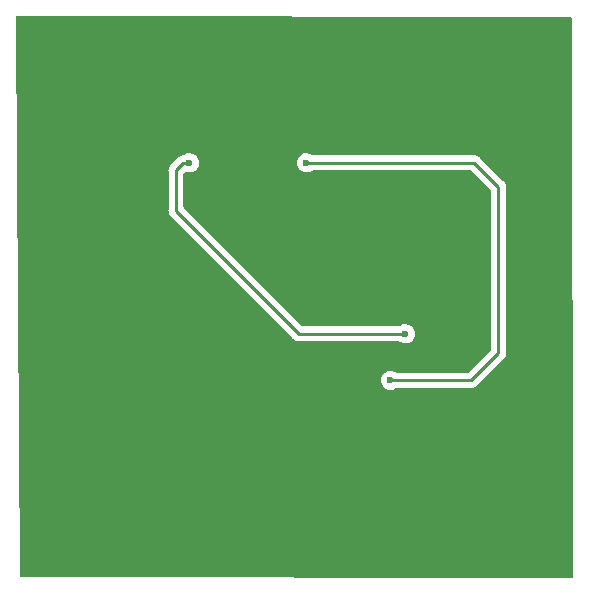
<source format=gbr>
%TF.GenerationSoftware,KiCad,Pcbnew,(6.0.10)*%
%TF.CreationDate,2023-03-04T21:34:46+00:00*%
%TF.ProjectId,INS_CW2_ABB_2,494e535f-4357-4325-9f41-42425f322e6b,rev?*%
%TF.SameCoordinates,Original*%
%TF.FileFunction,Copper,L2,Bot*%
%TF.FilePolarity,Positive*%
%FSLAX46Y46*%
G04 Gerber Fmt 4.6, Leading zero omitted, Abs format (unit mm)*
G04 Created by KiCad (PCBNEW (6.0.10)) date 2023-03-04 21:34:46*
%MOMM*%
%LPD*%
G01*
G04 APERTURE LIST*
%TA.AperFunction,ViaPad*%
%ADD10C,0.600000*%
%TD*%
%TA.AperFunction,Conductor*%
%ADD11C,0.250000*%
%TD*%
G04 APERTURE END LIST*
D10*
%TO.N,/5V*%
X133096000Y-77216000D03*
X125984000Y-58801000D03*
%TO.N,/DUT_1*%
X134366000Y-73279000D03*
X116078000Y-58801000D03*
%TO.N,/GND*%
X132842000Y-81026000D03*
X132842000Y-79756000D03*
X122936000Y-77216000D03*
X125857000Y-62611000D03*
X125857000Y-61341000D03*
X103124000Y-64897000D03*
%TD*%
D11*
%TO.N,/DUT_1*%
X114935000Y-62865000D02*
X125349000Y-73279000D01*
X114935000Y-59436000D02*
X114935000Y-62865000D01*
X125349000Y-73279000D02*
X134366000Y-73279000D01*
X115570000Y-58801000D02*
X114935000Y-59436000D01*
X116078000Y-58801000D02*
X115570000Y-58801000D01*
%TO.N,/5V*%
X139954000Y-77216000D02*
X133096000Y-77216000D01*
X142240000Y-74930000D02*
X139954000Y-77216000D01*
X142240000Y-60833000D02*
X142240000Y-74930000D01*
X140208000Y-58801000D02*
X142240000Y-60833000D01*
X125984000Y-58801000D02*
X140208000Y-58801000D01*
%TD*%
%TA.AperFunction,Conductor*%
%TO.N,/GND*%
G36*
X148337676Y-46481662D02*
G01*
X148405741Y-46501848D01*
X148452089Y-46555629D01*
X148463335Y-46607325D01*
X148589661Y-93853320D01*
X148569841Y-93921494D01*
X148516310Y-93968130D01*
X148463321Y-93979657D01*
X101851654Y-93853338D01*
X101783588Y-93833151D01*
X101737241Y-93779369D01*
X101726000Y-93728349D01*
X101450767Y-59415943D01*
X114296780Y-59415943D01*
X114297526Y-59423835D01*
X114300941Y-59459961D01*
X114301500Y-59471819D01*
X114301500Y-62786233D01*
X114300973Y-62797416D01*
X114299298Y-62804909D01*
X114299547Y-62812835D01*
X114299547Y-62812836D01*
X114301438Y-62872986D01*
X114301500Y-62876945D01*
X114301500Y-62904856D01*
X114301997Y-62908790D01*
X114301997Y-62908791D01*
X114302005Y-62908856D01*
X114302938Y-62920693D01*
X114304327Y-62964889D01*
X114309978Y-62984339D01*
X114313987Y-63003700D01*
X114316526Y-63023797D01*
X114319445Y-63031168D01*
X114319445Y-63031170D01*
X114332804Y-63064912D01*
X114336649Y-63076142D01*
X114348982Y-63118593D01*
X114353015Y-63125412D01*
X114353017Y-63125417D01*
X114359293Y-63136028D01*
X114367988Y-63153776D01*
X114375448Y-63172617D01*
X114380110Y-63179033D01*
X114380110Y-63179034D01*
X114401436Y-63208387D01*
X114407952Y-63218307D01*
X114430458Y-63256362D01*
X114444779Y-63270683D01*
X114457619Y-63285716D01*
X114469528Y-63302107D01*
X114475634Y-63307158D01*
X114503605Y-63330298D01*
X114512384Y-63338288D01*
X124845348Y-73671253D01*
X124852888Y-73679539D01*
X124857000Y-73686018D01*
X124862777Y-73691443D01*
X124906651Y-73732643D01*
X124909493Y-73735398D01*
X124929230Y-73755135D01*
X124932427Y-73757615D01*
X124941447Y-73765318D01*
X124973679Y-73795586D01*
X124980625Y-73799405D01*
X124980628Y-73799407D01*
X124991434Y-73805348D01*
X125007953Y-73816199D01*
X125023959Y-73828614D01*
X125031228Y-73831759D01*
X125031232Y-73831762D01*
X125064537Y-73846174D01*
X125075187Y-73851391D01*
X125113940Y-73872695D01*
X125121615Y-73874666D01*
X125121616Y-73874666D01*
X125133562Y-73877733D01*
X125152267Y-73884137D01*
X125170855Y-73892181D01*
X125178678Y-73893420D01*
X125178688Y-73893423D01*
X125214524Y-73899099D01*
X125226144Y-73901505D01*
X125261289Y-73910528D01*
X125268970Y-73912500D01*
X125289224Y-73912500D01*
X125308934Y-73914051D01*
X125328943Y-73917220D01*
X125336835Y-73916474D01*
X125372961Y-73913059D01*
X125384819Y-73912500D01*
X133819903Y-73912500D01*
X133888896Y-73933068D01*
X133999159Y-74005222D01*
X134005763Y-74007678D01*
X134005765Y-74007679D01*
X134162558Y-74065990D01*
X134162560Y-74065990D01*
X134169168Y-74068448D01*
X134252995Y-74079633D01*
X134341980Y-74091507D01*
X134341984Y-74091507D01*
X134348961Y-74092438D01*
X134355972Y-74091800D01*
X134355976Y-74091800D01*
X134498459Y-74078832D01*
X134529600Y-74075998D01*
X134536302Y-74073820D01*
X134536304Y-74073820D01*
X134695409Y-74022124D01*
X134695412Y-74022123D01*
X134702108Y-74019947D01*
X134857912Y-73927069D01*
X134989266Y-73801982D01*
X135089643Y-73650902D01*
X135154055Y-73481338D01*
X135179299Y-73301717D01*
X135179616Y-73279000D01*
X135159397Y-73098745D01*
X135099745Y-72927448D01*
X135003626Y-72773624D01*
X134998664Y-72768627D01*
X134880778Y-72649915D01*
X134880774Y-72649912D01*
X134875815Y-72644918D01*
X134864697Y-72637862D01*
X134816538Y-72607300D01*
X134722666Y-72547727D01*
X134693463Y-72537328D01*
X134558425Y-72489243D01*
X134558420Y-72489242D01*
X134551790Y-72486881D01*
X134544802Y-72486048D01*
X134544799Y-72486047D01*
X134421698Y-72471368D01*
X134371680Y-72465404D01*
X134364677Y-72466140D01*
X134364676Y-72466140D01*
X134198288Y-72483628D01*
X134198286Y-72483629D01*
X134191288Y-72484364D01*
X134019579Y-72542818D01*
X133883039Y-72626819D01*
X133817019Y-72645500D01*
X125663594Y-72645500D01*
X125595473Y-72625498D01*
X125574499Y-72608595D01*
X115605405Y-62639500D01*
X115571379Y-62577188D01*
X115568500Y-62550405D01*
X115568500Y-59750594D01*
X115588502Y-59682473D01*
X115605405Y-59661499D01*
X115674752Y-59592152D01*
X115737064Y-59558126D01*
X115807766Y-59563150D01*
X115881168Y-59590448D01*
X115964995Y-59601633D01*
X116053980Y-59613507D01*
X116053984Y-59613507D01*
X116060961Y-59614438D01*
X116067972Y-59613800D01*
X116067976Y-59613800D01*
X116210459Y-59600832D01*
X116241600Y-59597998D01*
X116248302Y-59595820D01*
X116248304Y-59595820D01*
X116407409Y-59544124D01*
X116407412Y-59544123D01*
X116414108Y-59541947D01*
X116551641Y-59459961D01*
X116563860Y-59452677D01*
X116563862Y-59452676D01*
X116569912Y-59449069D01*
X116701266Y-59323982D01*
X116801643Y-59172902D01*
X116858161Y-59024120D01*
X116863555Y-59009920D01*
X116863556Y-59009918D01*
X116866055Y-59003338D01*
X116867216Y-58995079D01*
X116890748Y-58827639D01*
X116890748Y-58827636D01*
X116891299Y-58823717D01*
X116891616Y-58801000D01*
X116890342Y-58789640D01*
X125170463Y-58789640D01*
X125188163Y-58970160D01*
X125245418Y-59142273D01*
X125249065Y-59148295D01*
X125249066Y-59148297D01*
X125311011Y-59250580D01*
X125339380Y-59297424D01*
X125344269Y-59302487D01*
X125344270Y-59302488D01*
X125359357Y-59318111D01*
X125465382Y-59427902D01*
X125617159Y-59527222D01*
X125623763Y-59529678D01*
X125623765Y-59529679D01*
X125780558Y-59587990D01*
X125780560Y-59587990D01*
X125787168Y-59590448D01*
X125870995Y-59601633D01*
X125959980Y-59613507D01*
X125959984Y-59613507D01*
X125966961Y-59614438D01*
X125973972Y-59613800D01*
X125973976Y-59613800D01*
X126116459Y-59600832D01*
X126147600Y-59597998D01*
X126154302Y-59595820D01*
X126154304Y-59595820D01*
X126313409Y-59544124D01*
X126313412Y-59544123D01*
X126320108Y-59541947D01*
X126470540Y-59452271D01*
X126535058Y-59434500D01*
X139893406Y-59434500D01*
X139961527Y-59454502D01*
X139982501Y-59471405D01*
X141569595Y-61058500D01*
X141603621Y-61120812D01*
X141606500Y-61147595D01*
X141606500Y-74615405D01*
X141586498Y-74683526D01*
X141569595Y-74704500D01*
X139728500Y-76545595D01*
X139666188Y-76579621D01*
X139639405Y-76582500D01*
X133643338Y-76582500D01*
X133575824Y-76562885D01*
X133542583Y-76541790D01*
X133452666Y-76484727D01*
X133423463Y-76474328D01*
X133288425Y-76426243D01*
X133288420Y-76426242D01*
X133281790Y-76423881D01*
X133274802Y-76423048D01*
X133274799Y-76423047D01*
X133151698Y-76408368D01*
X133101680Y-76402404D01*
X133094677Y-76403140D01*
X133094676Y-76403140D01*
X132928288Y-76420628D01*
X132928286Y-76420629D01*
X132921288Y-76421364D01*
X132749579Y-76479818D01*
X132743575Y-76483512D01*
X132601095Y-76571166D01*
X132601092Y-76571168D01*
X132595088Y-76574862D01*
X132590053Y-76579793D01*
X132590050Y-76579795D01*
X132587288Y-76582500D01*
X132465493Y-76701771D01*
X132367235Y-76854238D01*
X132305197Y-77024685D01*
X132282463Y-77204640D01*
X132300163Y-77385160D01*
X132357418Y-77557273D01*
X132361065Y-77563295D01*
X132361066Y-77563297D01*
X132443376Y-77699207D01*
X132451380Y-77712424D01*
X132456269Y-77717487D01*
X132456270Y-77717488D01*
X132463119Y-77724580D01*
X132577382Y-77842902D01*
X132729159Y-77942222D01*
X132735763Y-77944678D01*
X132735765Y-77944679D01*
X132892558Y-78002990D01*
X132892560Y-78002990D01*
X132899168Y-78005448D01*
X132982995Y-78016633D01*
X133071980Y-78028507D01*
X133071984Y-78028507D01*
X133078961Y-78029438D01*
X133085972Y-78028800D01*
X133085976Y-78028800D01*
X133228459Y-78015832D01*
X133259600Y-78012998D01*
X133266302Y-78010820D01*
X133266304Y-78010820D01*
X133425409Y-77959124D01*
X133425412Y-77959123D01*
X133432108Y-77956947D01*
X133582540Y-77867271D01*
X133647058Y-77849500D01*
X139875233Y-77849500D01*
X139886416Y-77850027D01*
X139893909Y-77851702D01*
X139901835Y-77851453D01*
X139901836Y-77851453D01*
X139961986Y-77849562D01*
X139965945Y-77849500D01*
X139993856Y-77849500D01*
X139997791Y-77849003D01*
X139997856Y-77848995D01*
X140009693Y-77848062D01*
X140041951Y-77847048D01*
X140045970Y-77846922D01*
X140053889Y-77846673D01*
X140073343Y-77841021D01*
X140092700Y-77837013D01*
X140104930Y-77835468D01*
X140104931Y-77835468D01*
X140112797Y-77834474D01*
X140120168Y-77831555D01*
X140120170Y-77831555D01*
X140153912Y-77818196D01*
X140165142Y-77814351D01*
X140199983Y-77804229D01*
X140199984Y-77804229D01*
X140207593Y-77802018D01*
X140214412Y-77797985D01*
X140214417Y-77797983D01*
X140225028Y-77791707D01*
X140242776Y-77783012D01*
X140261617Y-77775552D01*
X140297387Y-77749564D01*
X140307307Y-77743048D01*
X140338535Y-77724580D01*
X140338538Y-77724578D01*
X140345362Y-77720542D01*
X140359683Y-77706221D01*
X140374717Y-77693380D01*
X140384694Y-77686131D01*
X140391107Y-77681472D01*
X140419298Y-77647395D01*
X140427288Y-77638616D01*
X142632247Y-75433657D01*
X142640537Y-75426113D01*
X142647018Y-75422000D01*
X142693659Y-75372332D01*
X142696413Y-75369491D01*
X142716134Y-75349770D01*
X142718612Y-75346575D01*
X142726318Y-75337553D01*
X142751158Y-75311101D01*
X142756586Y-75305321D01*
X142766346Y-75287568D01*
X142777199Y-75271045D01*
X142784753Y-75261306D01*
X142789613Y-75255041D01*
X142807176Y-75214457D01*
X142812383Y-75203827D01*
X142833695Y-75165060D01*
X142835666Y-75157383D01*
X142835668Y-75157378D01*
X142838732Y-75145442D01*
X142845138Y-75126730D01*
X142850033Y-75115419D01*
X142853181Y-75108145D01*
X142854421Y-75100317D01*
X142854423Y-75100310D01*
X142860099Y-75064476D01*
X142862505Y-75052856D01*
X142871528Y-75017711D01*
X142871528Y-75017710D01*
X142873500Y-75010030D01*
X142873500Y-74989776D01*
X142875051Y-74970065D01*
X142876980Y-74957886D01*
X142878220Y-74950057D01*
X142874059Y-74906038D01*
X142873500Y-74894181D01*
X142873500Y-60911767D01*
X142874027Y-60900584D01*
X142875702Y-60893091D01*
X142873562Y-60825000D01*
X142873500Y-60821043D01*
X142873500Y-60793144D01*
X142872996Y-60789153D01*
X142872063Y-60777311D01*
X142870923Y-60741036D01*
X142870674Y-60733111D01*
X142868462Y-60725497D01*
X142868461Y-60725492D01*
X142865023Y-60713659D01*
X142861012Y-60694295D01*
X142859467Y-60682064D01*
X142858474Y-60674203D01*
X142855557Y-60666836D01*
X142855556Y-60666831D01*
X142842198Y-60633092D01*
X142838354Y-60621865D01*
X142828230Y-60587022D01*
X142826018Y-60579407D01*
X142815707Y-60561972D01*
X142807012Y-60544224D01*
X142799552Y-60525383D01*
X142773564Y-60489613D01*
X142767048Y-60479693D01*
X142748580Y-60448465D01*
X142748578Y-60448462D01*
X142744542Y-60441638D01*
X142730221Y-60427317D01*
X142717380Y-60412283D01*
X142710131Y-60402306D01*
X142705472Y-60395893D01*
X142671395Y-60367702D01*
X142662616Y-60359712D01*
X140711652Y-58408747D01*
X140704112Y-58400461D01*
X140700000Y-58393982D01*
X140650348Y-58347356D01*
X140647507Y-58344602D01*
X140627770Y-58324865D01*
X140624573Y-58322385D01*
X140615551Y-58314680D01*
X140611397Y-58310779D01*
X140583321Y-58284414D01*
X140576375Y-58280595D01*
X140576372Y-58280593D01*
X140565566Y-58274652D01*
X140549047Y-58263801D01*
X140548583Y-58263441D01*
X140533041Y-58251386D01*
X140525772Y-58248241D01*
X140525768Y-58248238D01*
X140492463Y-58233826D01*
X140481813Y-58228609D01*
X140443060Y-58207305D01*
X140423437Y-58202267D01*
X140404734Y-58195863D01*
X140393420Y-58190967D01*
X140393419Y-58190967D01*
X140386145Y-58187819D01*
X140378322Y-58186580D01*
X140378312Y-58186577D01*
X140342476Y-58180901D01*
X140330856Y-58178495D01*
X140295711Y-58169472D01*
X140295710Y-58169472D01*
X140288030Y-58167500D01*
X140267776Y-58167500D01*
X140248065Y-58165949D01*
X140235886Y-58164020D01*
X140228057Y-58162780D01*
X140220165Y-58163526D01*
X140184039Y-58166941D01*
X140172181Y-58167500D01*
X126531338Y-58167500D01*
X126463824Y-58147885D01*
X126430583Y-58126790D01*
X126340666Y-58069727D01*
X126311463Y-58059328D01*
X126176425Y-58011243D01*
X126176420Y-58011242D01*
X126169790Y-58008881D01*
X126162802Y-58008048D01*
X126162799Y-58008047D01*
X126039698Y-57993368D01*
X125989680Y-57987404D01*
X125982677Y-57988140D01*
X125982676Y-57988140D01*
X125816288Y-58005628D01*
X125816286Y-58005629D01*
X125809288Y-58006364D01*
X125637579Y-58064818D01*
X125631575Y-58068512D01*
X125489095Y-58156166D01*
X125489092Y-58156168D01*
X125483088Y-58159862D01*
X125478053Y-58164793D01*
X125478050Y-58164795D01*
X125358525Y-58281843D01*
X125353493Y-58286771D01*
X125255235Y-58439238D01*
X125252826Y-58445858D01*
X125252824Y-58445861D01*
X125195606Y-58603066D01*
X125193197Y-58609685D01*
X125170463Y-58789640D01*
X116890342Y-58789640D01*
X116871397Y-58620745D01*
X116869080Y-58614091D01*
X116814064Y-58456106D01*
X116814062Y-58456103D01*
X116811745Y-58449448D01*
X116773696Y-58388557D01*
X116719359Y-58301598D01*
X116715626Y-58295624D01*
X116687635Y-58267437D01*
X116592778Y-58171915D01*
X116592774Y-58171912D01*
X116587815Y-58166918D01*
X116576697Y-58159862D01*
X116528538Y-58129300D01*
X116434666Y-58069727D01*
X116405463Y-58059328D01*
X116270425Y-58011243D01*
X116270420Y-58011242D01*
X116263790Y-58008881D01*
X116256802Y-58008048D01*
X116256799Y-58008047D01*
X116133698Y-57993368D01*
X116083680Y-57987404D01*
X116076677Y-57988140D01*
X116076676Y-57988140D01*
X115910288Y-58005628D01*
X115910286Y-58005629D01*
X115903288Y-58006364D01*
X115731579Y-58064818D01*
X115594912Y-58148897D01*
X115536799Y-58167331D01*
X115534112Y-58167500D01*
X115530144Y-58167500D01*
X115526154Y-58168004D01*
X115514320Y-58168936D01*
X115470111Y-58170326D01*
X115462495Y-58172539D01*
X115462493Y-58172539D01*
X115450652Y-58175979D01*
X115431293Y-58179988D01*
X115429983Y-58180154D01*
X115411203Y-58182526D01*
X115403837Y-58185442D01*
X115403831Y-58185444D01*
X115370098Y-58198800D01*
X115358868Y-58202645D01*
X115342828Y-58207305D01*
X115316407Y-58214981D01*
X115309584Y-58219016D01*
X115298966Y-58225295D01*
X115281213Y-58233992D01*
X115273568Y-58237019D01*
X115262383Y-58241448D01*
X115248705Y-58251386D01*
X115226612Y-58267437D01*
X115216695Y-58273951D01*
X115178638Y-58296458D01*
X115164317Y-58310779D01*
X115149284Y-58323619D01*
X115132893Y-58335528D01*
X115106516Y-58367413D01*
X115104712Y-58369593D01*
X115096722Y-58378374D01*
X114542742Y-58932353D01*
X114534463Y-58939887D01*
X114527982Y-58944000D01*
X114497140Y-58976844D01*
X114481357Y-58993651D01*
X114478602Y-58996493D01*
X114458865Y-59016230D01*
X114456385Y-59019427D01*
X114448682Y-59028447D01*
X114418414Y-59060679D01*
X114414595Y-59067625D01*
X114414593Y-59067628D01*
X114408652Y-59078434D01*
X114397801Y-59094953D01*
X114385386Y-59110959D01*
X114382241Y-59118228D01*
X114382238Y-59118232D01*
X114367826Y-59151537D01*
X114362609Y-59162187D01*
X114341305Y-59200940D01*
X114339334Y-59208615D01*
X114339334Y-59208616D01*
X114336267Y-59220562D01*
X114329863Y-59239266D01*
X114321819Y-59257855D01*
X114320580Y-59265678D01*
X114320577Y-59265688D01*
X114314901Y-59301524D01*
X114312495Y-59313144D01*
X114308465Y-59328841D01*
X114301500Y-59355970D01*
X114301500Y-59376224D01*
X114299949Y-59395934D01*
X114296780Y-59415943D01*
X101450767Y-59415943D01*
X101347022Y-46482354D01*
X101366477Y-46414075D01*
X101419758Y-46367153D01*
X101473357Y-46355343D01*
X148337676Y-46481662D01*
G37*
%TD.AperFunction*%
%TD*%
M02*

</source>
